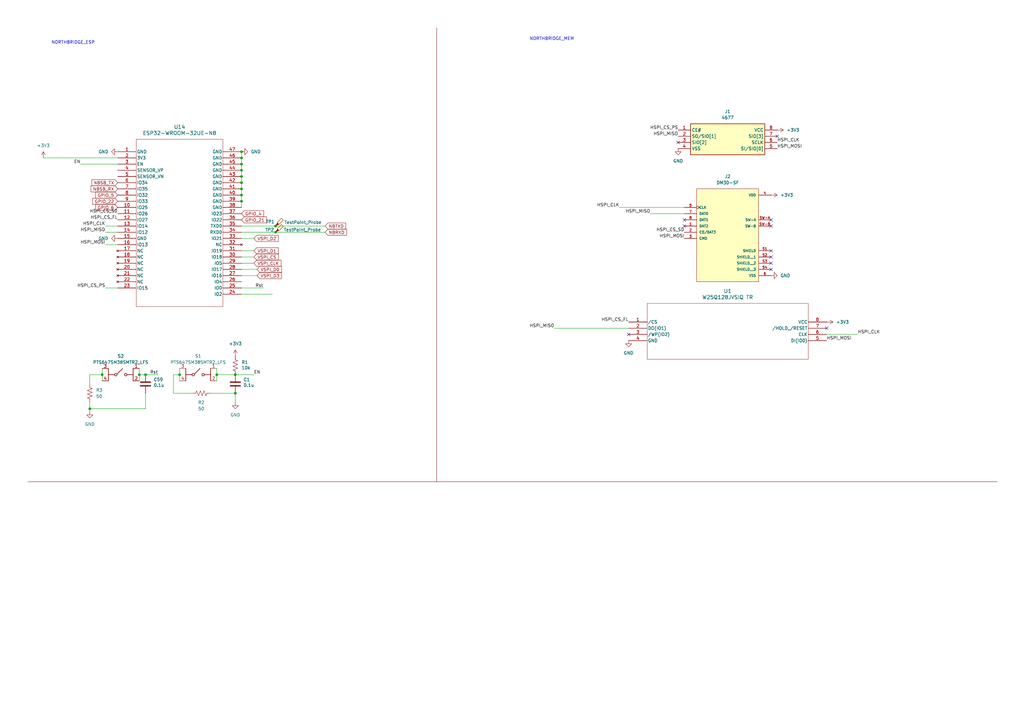
<source format=kicad_sch>
(kicad_sch (version 20250114) (generator "eeschema") (generator_version "9.0")
  (paper "A3")
  (lib_symbols
    (symbol "Connector:TestPoint_Probe" (pin_numbers (hide yes)) (pin_names (offset 0.762) (hide yes))
      (property "Reference" "TP" (at 1.651 5.842 0))
      (property "Value" "TestPoint_Probe" (at 1.651 4.064 0))
      (symbol "TestPoint_Probe_0_1"
        (polyline (pts (xy 1.27 0.762) (xy 0 0) (xy 0.762 1.27) (xy 1.27 0.762)) (fill (type outline)))
        (polyline (pts (xy 1.397 0.635) (xy 0.635 1.397) (xy 2.413 3.175) (xy 3.175 2.413) (xy 1.397 0.635)) (fill (type background)))
      )
      (symbol "TestPoint_Probe_1_1"
        (pin passive line (at 0 0 90) (length 0) (name "1") (number "1"))
      )
    )
    (symbol "Device:C" (pin_numbers (hide yes)) (pin_names (offset 0.254))
      (property "Reference" "C" (at 0.635 2.54 0))
      (property "Value" "C" (at 0.635 -2.54 0))
      (symbol "C_0_1"
        (polyline (pts (xy -2.032 0.762) (xy 2.032 0.762)) (stroke (width 0.508)))
        (polyline (pts (xy -2.032 -0.762) (xy 2.032 -0.762)) (stroke (width 0.508)))
      )
      (symbol "C_1_1"
        (pin passive line (at 0 3.81 270) (length 2.794) (name "~") (number "1"))
        (pin passive line (at 0 -3.81 90) (length 2.794) (name "~") (number "2"))
      )
    )
    (symbol "Device:R_US" (pin_numbers (hide yes)) (pin_names (offset 0))
      (property "Reference" "R" (at 2.54 0 90))
      (property "Value" "R_US" (at -2.54 0 90))
      (symbol "R_US_0_1"
        (polyline (pts (xy 0 2.286) (xy 0 2.54)))
        (polyline (pts (xy 0 2.286) (xy 1.016 1.905) (xy 0 1.524) (xy -1.016 1.143) (xy 0 0.762)))
        (polyline (pts (xy 0 0.762) (xy 1.016 0.381) (xy 0 0) (xy -1.016 -0.381) (xy 0 -0.762)))
        (polyline (pts (xy 0 -0.762) (xy 1.016 -1.143) (xy 0 -1.524) (xy -1.016 -1.905) (xy 0 -2.286)))
        (polyline (pts (xy 0 -2.286) (xy 0 -2.54)))
      )
      (symbol "R_US_1_1"
        (pin passive line (at 0 3.81 270) (length 1.27) (name "~") (number "1"))
        (pin passive line (at 0 -3.81 90) (length 1.27) (name "~") (number "2"))
      )
    )
    (symbol "FPGA&MCU:ESP32-WROOM-32UE-N8" (pin_names (offset 0.254))
      (property "Reference" "U" (at 25.4 10.16 0))
      (property "Value" "ESP32-WROOM-32UE-N8" (at 25.4 7.62 0))
      (symbol "ESP32-WROOM-32UE-N8_0_1"
        (polyline (pts (xy 7.62 5.08) (xy 7.62 -63.5)) (stroke (width 0.127)))
        (polyline (pts (xy 7.62 -63.5) (xy 43.18 -63.5)) (stroke (width 0.127)))
        (polyline (pts (xy 43.18 5.08) (xy 7.62 5.08)) (stroke (width 0.127)))
        (polyline (pts (xy 43.18 -63.5) (xy 43.18 5.08)) (stroke (width 0.127)))
        (pin power_out line (at 0 0 0) (length 7.62) (name "GND") (number "1"))
        (pin power_in line (at 0 -2.54 0) (length 7.62) (name "3V3") (number "2"))
        (pin input line (at 0 -5.08 0) (length 7.62) (name "EN") (number "3"))
        (pin input line (at 0 -7.62 0) (length 7.62) (name "SENSOR_VP") (number "4"))
        (pin input line (at 0 -10.16 0) (length 7.62) (name "SENSOR_VN") (number "5"))
        (pin input line (at 0 -12.7 0) (length 7.62) (name "IO34") (number "6"))
        (pin input line (at 0 -15.24 0) (length 7.62) (name "IO35") (number "7"))
        (pin bidirectional line (at 0 -17.78 0) (length 7.62) (name "IO32") (number "8"))
        (pin bidirectional line (at 0 -20.32 0) (length 7.62) (name "IO33") (number "9"))
        (pin bidirectional line (at 0 -22.86 0) (length 7.62) (name "IO25") (number "10"))
        (pin bidirectional line (at 0 -25.4 0) (length 7.62) (name "IO26") (number "11"))
        (pin bidirectional line (at 0 -27.94 0) (length 7.62) (name "IO27") (number "12"))
        (pin bidirectional line (at 0 -30.48 0) (length 7.62) (name "IO14") (number "13"))
        (pin bidirectional line (at 0 -33.02 0) (length 7.62) (name "IO12") (number "14"))
        (pin power_out line (at 0 -35.56 0) (length 7.62) (name "GND") (number "15"))
        (pin bidirectional line (at 0 -38.1 0) (length 7.62) (name "IO13") (number "16"))
        (pin no_connect line (at 0 -40.64 0) (length 7.62) (name "NC") (number "17"))
        (pin no_connect line (at 0 -43.18 0) (length 7.62) (name "NC") (number "18"))
        (pin no_connect line (at 0 -45.72 0) (length 7.62) (name "NC") (number "19"))
        (pin no_connect line (at 0 -48.26 0) (length 7.62) (name "NC") (number "20"))
        (pin no_connect line (at 0 -50.8 0) (length 7.62) (name "NC") (number "21"))
        (pin no_connect line (at 0 -53.34 0) (length 7.62) (name "NC") (number "22"))
        (pin bidirectional line (at 0 -55.88 0) (length 7.62) (name "IO15") (number "23"))
        (pin power_out line (at 50.8 0 180) (length 7.62) (name "GND") (number "47"))
        (pin power_out line (at 50.8 -2.54 180) (length 7.62) (name "GND") (number "46"))
        (pin power_out line (at 50.8 -5.08 180) (length 7.62) (name "GND") (number "45"))
        (pin power_out line (at 50.8 -7.62 180) (length 7.62) (name "GND") (number "44"))
        (pin power_out line (at 50.8 -10.16 180) (length 7.62) (name "GND") (number "43"))
        (pin power_out line (at 50.8 -12.7 180) (length 7.62) (name "GND") (number "42"))
        (pin power_out line (at 50.8 -15.24 180) (length 7.62) (name "GND") (number "41"))
        (pin power_out line (at 50.8 -17.78 180) (length 7.62) (name "GND") (number "40"))
        (pin power_out line (at 50.8 -20.32 180) (length 7.62) (name "GND") (number "39"))
        (pin power_out line (at 50.8 -22.86 180) (length 7.62) (name "GND") (number "38"))
        (pin bidirectional line (at 50.8 -25.4 180) (length 7.62) (name "IO23") (number "37"))
        (pin bidirectional line (at 50.8 -27.94 180) (length 7.62) (name "IO22") (number "36"))
        (pin bidirectional line (at 50.8 -33.02 180) (length 7.62) (name "RXD0") (number "34"))
        (pin bidirectional line (at 50.8 -35.56 180) (length 7.62) (name "IO21") (number "33"))
        (pin no_connect line (at 50.8 -38.1 180) (length 7.62) (name "NC") (number "32"))
        (pin bidirectional line (at 50.8 -40.64 180) (length 7.62) (name "IO19") (number "31"))
        (pin bidirectional line (at 50.8 -43.18 180) (length 7.62) (name "IO18") (number "30"))
        (pin bidirectional line (at 50.8 -45.72 180) (length 7.62) (name "IO5") (number "29"))
        (pin bidirectional line (at 50.8 -48.26 180) (length 7.62) (name "IO17") (number "28"))
        (pin bidirectional line (at 50.8 -50.8 180) (length 7.62) (name "IO16") (number "27"))
        (pin bidirectional line (at 50.8 -53.34 180) (length 7.62) (name "IO4") (number "26"))
        (pin bidirectional line (at 50.8 -55.88 180) (length 7.62) (name "IO0") (number "25"))
        (pin bidirectional line (at 50.8 -58.42 180) (length 7.62) (name "IO2") (number "24"))
      )
      (symbol "ESP32-WROOM-32UE-N8_1_1"
        (pin bidirectional line (at 50.8 -30.48 180) (length 7.62) (name "TXD0") (number "35"))
      )
    )
    (symbol "FPGA_Interface:DM3D-SF" (pin_names (offset 1.016))
      (property "Reference" "J" (at -12.7 16.002 0))
      (property "Value" "DM3D-SF" (at -12.7 -25.4 0))
      (symbol "DM3D-SF_0_0"
        (rectangle (start -12.7 -22.86) (end 12.7 15.24) (stroke (width 0.1524)) (fill (type background)))
        (pin bidirectional clock (at -17.78 7.62 0) (length 5.08) (name "CLK") (number "5"))
        (pin bidirectional line (at -17.78 5.08 0) (length 5.08) (name "DAT0") (number "7"))
        (pin bidirectional line (at -17.78 2.54 0) (length 5.08) (name "DAT1") (number "8"))
        (pin bidirectional line (at -17.78 0 0) (length 5.08) (name "DAT2") (number "1"))
        (pin bidirectional line (at -17.78 -2.54 0) (length 5.08) (name "CD/DAT3") (number "2"))
        (pin bidirectional line (at -17.78 -5.08 0) (length 5.08) (name "CMD") (number "3"))
        (pin power_in line (at 17.78 12.7 180) (length 5.08) (name "VDD") (number "4"))
        (pin bidirectional line (at 17.78 2.54 180) (length 5.08) (name "SW-A") (number "SW-A"))
        (pin bidirectional line (at 17.78 0 180) (length 5.08) (name "SW-B") (number "SW-B"))
        (pin passive line (at 17.78 -10.16 180) (length 5.08) (name "SHIELD") (number "S1"))
        (pin passive line (at 17.78 -12.7 180) (length 5.08) (name "SHIELD__1") (number "S2"))
        (pin passive line (at 17.78 -15.24 180) (length 5.08) (name "SHIELD__2") (number "S3"))
        (pin passive line (at 17.78 -17.78 180) (length 5.08) (name "SHIELD__3") (number "S4"))
        (pin power_in line (at 17.78 -20.32 180) (length 5.08) (name "VSS") (number "6"))
      )
    )
    (symbol "FPGA_Interface:PTS647SM38SMTR2_LFS" (pin_names (hide yes))
      (property "Reference" "S" (at 12.7 6.35 0))
      (property "Value" "PTS647SM38SMTR2_LFS" (at 12.7 3.81 0))
      (symbol "PTS647SM38SMTR2_LFS_1_1"
        (polyline (pts (xy 2.54 -2.54) (xy 5.08 -2.54)) (stroke (width 0.254)))
        (polyline (pts (xy 2.54 -5.08) (xy 2.54 0)) (stroke (width 0.254)))
        (circle (center 5.588 -2.54) (radius 0.508) (stroke (width 0.254)))
        (polyline (pts (xy 6.096 -2.286) (xy 8.382 0)) (stroke (width 0.254)))
        (circle (center 9.652 -2.54) (radius 0.508) (stroke (width 0.254)))
        (polyline (pts (xy 10.16 -2.54) (xy 12.7 -2.54)) (stroke (width 0.254)))
        (polyline (pts (xy 12.7 -5.08) (xy 12.7 0)) (stroke (width 0.254)))
        (pin passive line (at 0 0 0) (length 2.54) (name "COM_1") (number "3"))
        (pin passive line (at 0 -5.08 0) (length 2.54) (name "COM_2") (number "4"))
        (pin passive line (at 15.24 0 180) (length 2.54) (name "NO_1") (number "1"))
        (pin passive line (at 15.24 -5.08 180) (length 2.54) (name "NO_2") (number "2"))
      )
    )
    (symbol "NB:4677"
      (property "Reference" "J" (at 36.83 7.62 0))
      (property "Value" "4677" (at 36.83 5.08 0))
      (symbol "4677_1_1"
        (rectangle (start 5.08 2.54) (end 35.56 -10.16) (stroke (width 0.254)) (fill (type background)))
        (pin passive line (at 0 0 0) (length 5.08) (name "CE#") (number "1"))
        (pin passive line (at 0 -2.54 0) (length 5.08) (name "SO/SIO[1]") (number "2"))
        (pin passive line (at 0 -5.08 0) (length 5.08) (name "SIO[2]") (number "3"))
        (pin passive line (at 0 -7.62 0) (length 5.08) (name "VSS") (number "4"))
        (pin passive line (at 40.64 0 180) (length 5.08) (name "VCC") (number "8"))
        (pin passive line (at 40.64 -2.54 180) (length 5.08) (name "SIO[3]") (number "7"))
        (pin passive line (at 40.64 -5.08 180) (length 5.08) (name "SCLK") (number "6"))
        (pin passive line (at 40.64 -7.62 180) (length 5.08) (name "SI/SIO[0]") (number "5"))
      )
    )
    (symbol "NB:W25Q128JVSIQ_TR" (pin_names (offset 0.254))
      (property "Reference" "U" (at 40.64 12.7 0))
      (property "Value" "W25Q128JVSIQ TR" (at 40.64 10.16 0))
      (symbol "W25Q128JVSIQ_TR_0_1"
        (polyline (pts (xy 7.62 7.62) (xy 7.62 -15.24)) (stroke (width 0.127)))
        (polyline (pts (xy 7.62 -15.24) (xy 73.66 -15.24)) (stroke (width 0.127)))
        (polyline (pts (xy 73.66 7.62) (xy 7.62 7.62)) (stroke (width 0.127)))
        (polyline (pts (xy 73.66 -15.24) (xy 73.66 7.62)) (stroke (width 0.127)))
        (pin input line (at 0 0 0) (length 7.62) (name "/CS") (number "1"))
        (pin bidirectional line (at 0 -2.54 0) (length 7.62) (name "DO(IO1)") (number "2"))
        (pin bidirectional line (at 0 -5.08 0) (length 7.62) (name "/WP(IO2)") (number "3"))
        (pin power_out line (at 0 -7.62 0) (length 7.62) (name "GND") (number "4"))
        (pin power_in line (at 81.28 0 180) (length 7.62) (name "VCC") (number "8"))
        (pin bidirectional line (at 81.28 -2.54 180) (length 7.62) (name "/HOLD_/RESET") (number "7"))
        (pin input line (at 81.28 -5.08 180) (length 7.62) (name "CLK") (number "6"))
        (pin bidirectional line (at 81.28 -7.62 180) (length 7.62) (name "DI(IO0)") (number "5"))
      )
    )
    (symbol "power:+3V3" (power) (pin_numbers (hide yes)) (pin_names (offset 0) (hide yes))
      (property "Value" "+3V3" (at 0 3.556 0))
      (symbol "+3V3_0_1"
        (polyline (pts (xy -0.762 1.27) (xy 0 2.54)))
        (polyline (pts (xy 0 2.54) (xy 0.762 1.27)))
        (polyline (pts (xy 0 0) (xy 0 2.54)))
      )
      (symbol "+3V3_1_1"
        (pin power_in line (at 0 0 90) (length 0) (name "~") (number "1"))
      )
    )
    (symbol "power:GND" (power) (pin_numbers (hide yes)) (pin_names (offset 0) (hide yes))
      (property "Value" "GND" (at 0 -3.81 0))
      (symbol "GND_0_1"
        (polyline (pts (xy 0 0) (xy 0 -1.27) (xy 1.27 -1.27) (xy 0 -2.54) (xy -1.27 -1.27) (xy 0 -1.27)))
      )
      (symbol "GND_1_1"
        (pin power_in line (at 0 0 270) (length 0) (name "~") (number "1"))
      )
    )
  )
  (text "NORTHBRIDGE_ESP\n" (at 29.972 17.526 0) (effects (font (size 1.27 1.27))))
  (text "NORTHBRIDGE_MEM\n" (at 226.314 16.002 0) (effects (font (size 1.27 1.27))))
  (junction (at 96.52 153.67))
  (junction (at 96.52 161.29))
  (junction (at 113.03 95.25))
  (junction (at 113.03 92.71))
  (junction (at 99.06 64.77))
  (junction (at 99.06 82.55))
  (junction (at 36.83 167.64))
  (junction (at 99.06 74.93))
  (junction (at 41.91 153.67))
  (junction (at 99.06 77.47))
  (junction (at 99.06 72.39))
  (junction (at 99.06 62.23))
  (junction (at 59.69 153.67))
  (junction (at 99.06 67.31))
  (junction (at 57.15 153.67))
  (junction (at 73.66 153.67))
  (junction (at 99.06 80.01))
  (junction (at 99.06 69.85))
  (junction (at 88.9 153.67))
  (no_connect (at 278.13 58.42))
  (no_connect (at 316.23 110.49))
  (no_connect (at 339.09 134.62))
  (no_connect (at 316.23 105.41))
  (no_connect (at 316.23 92.71))
  (no_connect (at 280.67 92.71))
  (no_connect (at 280.67 90.17))
  (no_connect (at 257.81 137.16))
  (no_connect (at 318.77 55.88))
  (no_connect (at 316.23 102.87))
  (no_connect (at 316.23 107.95))
  (no_connect (at 316.23 90.17))
  (wire (pts (xy 266.7 87.63) (xy 280.67 87.63)))
  (wire (pts (xy 73.66 153.67) (xy 73.66 156.21)))
  (wire (pts (xy 88.9 153.67) (xy 88.9 156.21)))
  (wire (pts (xy 99.06 74.93) (xy 99.06 77.47)))
  (wire (pts (xy 59.69 153.67) (xy 64.77 153.67)))
  (wire (pts (xy 36.83 153.67) (xy 41.91 153.67)))
  (wire (pts (xy 99.06 62.23) (xy 99.06 64.77)))
  (wire (pts (xy 57.15 151.13) (xy 57.15 153.67)))
  (wire (pts (xy 36.83 153.67) (xy 36.83 157.48)))
  (wire (pts (xy 17.78 64.77) (xy 48.26 64.77)))
  (wire (pts (xy 99.06 97.79) (xy 104.14 97.79)))
  (wire (pts (xy 99.06 102.87) (xy 104.14 102.87)))
  (wire (pts (xy 99.06 120.65) (xy 111.76 120.65)))
  (wire (pts (xy 99.06 105.41) (xy 104.14 105.41)))
  (wire (pts (xy 41.91 153.67) (xy 41.91 151.13)))
  (wire (pts (xy 227.33 134.62) (xy 257.81 134.62)))
  (wire (pts (xy 99.06 64.77) (xy 99.06 67.31)))
  (wire (pts (xy 96.52 153.67) (xy 104.14 153.67)))
  (wire (pts (xy 99.06 80.01) (xy 99.06 82.55)))
  (wire (pts (xy 43.18 100.33) (xy 48.26 100.33)))
  (wire (pts (xy 86.36 161.29) (xy 96.52 161.29)))
  (wire (pts (xy 36.83 167.64) (xy 36.83 168.91)))
  (wire (pts (xy 59.69 161.29) (xy 59.69 167.64)))
  (wire (pts (xy 43.18 92.71) (xy 48.26 92.71)))
  (wire (pts (xy 99.06 107.95) (xy 104.14 107.95)))
  (wire (pts (xy 254 85.09) (xy 280.67 85.09)))
  (wire (pts (xy 73.66 153.67) (xy 71.12 153.67)))
  (wire (pts (xy 99.06 69.85) (xy 99.06 72.39)))
  (polyline (pts (xy 179.07 11.43) (xy 179.07 197.612)) (stroke (width 0) (type solid) (color 132 0 0 1)))
  (wire (pts (xy 88.9 151.13) (xy 88.9 153.67)))
  (wire (pts (xy 71.12 161.29) (xy 78.74 161.29)))
  (wire (pts (xy 57.15 153.67) (xy 59.69 153.67)))
  (wire (pts (xy 99.06 118.11) (xy 107.95 118.11)))
  (wire (pts (xy 99.06 82.55) (xy 99.06 85.09)))
  (wire (pts (xy 99.06 92.71) (xy 113.03 92.71)))
  (wire (pts (xy 88.9 153.67) (xy 96.52 153.67)))
  (wire (pts (xy 99.06 67.31) (xy 99.06 69.85)))
  (wire (pts (xy 71.12 153.67) (xy 71.12 161.29)))
  (wire (pts (xy 73.66 151.13) (xy 73.66 153.67)))
  (polyline (pts (xy 179.07 197.612) (xy 408.94 197.612)) (stroke (width 0) (type solid) (color 132 0 0 1)))
  (wire (pts (xy 43.18 118.11) (xy 48.26 118.11)))
  (wire (pts (xy 43.18 95.25) (xy 48.26 95.25)))
  (wire (pts (xy 113.03 95.25) (xy 133.35 95.25)))
  (wire (pts (xy 59.69 167.64) (xy 36.83 167.64)))
  (wire (pts (xy 105.41 113.03) (xy 99.06 113.03)))
  (polyline (pts (xy 11.43 197.612) (xy 179.07 197.612)) (stroke (width 0) (type solid) (color 132 0 0 1)))
  (wire (pts (xy 105.41 110.49) (xy 99.06 110.49)))
  (wire (pts (xy 99.06 95.25) (xy 113.03 95.25)))
  (wire (pts (xy 96.52 165.1) (xy 96.52 161.29)))
  (wire (pts (xy 36.83 165.1) (xy 36.83 167.64)))
  (wire (pts (xy 33.02 67.31) (xy 48.26 67.31)))
  (wire (pts (xy 99.06 72.39) (xy 99.06 74.93)))
  (wire (pts (xy 99.06 77.47) (xy 99.06 80.01)))
  (wire (pts (xy 57.15 153.67) (xy 57.15 156.21)))
  (wire (pts (xy 113.03 92.71) (xy 133.35 92.71)))
  (wire (pts (xy 41.91 153.67) (xy 41.91 156.21)))
  (wire (pts (xy 339.09 137.16) (xy 351.79 137.16)))
  (label "HSPI_CS_SD" (at 280.67 95.25 180))
  (label "HSPI_CLK" (at 254 85.09 180))
  (label "HSPI_CS_FL" (at 257.81 132.08 180))
  (label "HSPI_CS_SD" (at 48.26 87.63 180))
  (label "HSPI_CS_PS" (at 43.18 118.11 180))
  (label "HSPI_CLK" (at 351.79 137.16 0))
  (label "HSPI_MOSI" (at 318.77 60.96 0))
  (label "EN" (at 33.02 67.31 180))
  (label "HSPI_MISO" (at 266.7 87.63 180))
  (label "HSPI_MOSI" (at 339.09 139.7 0))
  (label "HSPI_MOSI" (at 280.67 97.79 180))
  (label "Rst" (at 107.95 118.11 180))
  (label "Rst" (at 64.77 153.67 180))
  (label "HSPI_CS_FL" (at 48.26 90.17 180))
  (label "HSPI_MISO" (at 278.13 55.88 180))
  (label "HSPI_CLK" (at 43.18 92.71 180))
  (label "HSPI_MISO" (at 227.33 134.62 180))
  (label "HSPI_MOSI" (at 43.18 100.33 180))
  (label "HSPI_MISO" (at 43.18 95.25 180))
  (label "HSPI_CLK" (at 318.77 58.42 0))
  (label "HSPI_CS_PS" (at 278.13 53.34 180))
  (label "EN" (at 104.14 153.67 0))
  (global_label "NBSB_RX" (shape input) (at 48.26 77.47 180) (property "Intersheetrefs" "${INTERSHEET_REFS}" (effects (hide yes))))
  (global_label "VSPI_D2" (shape input) (at 104.14 97.79 0) (property "Intersheetrefs" "${INTERSHEET_REFS}" (effects (hide yes))))
  (global_label "GPIO_5" (shape input) (at 48.26 80.01 180) (property "Intersheetrefs" "${INTERSHEET_REFS}" (effects (hide yes))))
  (global_label "GPIO_4" (shape input) (at 99.06 87.63 0) (property "Intersheetrefs" "${INTERSHEET_REFS}" (effects (hide yes))))
  (global_label "GPIO_6" (shape input) (at 48.26 85.09 180) (property "Intersheetrefs" "${INTERSHEET_REFS}" (effects (hide yes))))
  (global_label "VSPI_CS" (shape input) (at 104.14 105.41 0) (property "Intersheetrefs" "${INTERSHEET_REFS}" (effects (hide yes))))
  (global_label "VSPI_D0" (shape input) (at 105.41 110.49 0) (property "Intersheetrefs" "${INTERSHEET_REFS}" (effects (hide yes))))
  (global_label "NBTXD" (shape input) (at 133.35 92.71 0) (property "Intersheetrefs" "${INTERSHEET_REFS}" (effects (hide yes))))
  (global_label "VSPI_D3" (shape input) (at 105.41 113.03 0) (property "Intersheetrefs" "${INTERSHEET_REFS}" (effects (hide yes))))
  (global_label "VSPI_D1" (shape input) (at 104.14 102.87 0) (property "Intersheetrefs" "${INTERSHEET_REFS}" (effects (hide yes))))
  (global_label "VSPI_CLK" (shape input) (at 104.14 107.95 0) (property "Intersheetrefs" "${INTERSHEET_REFS}" (effects (hide yes))))
  (global_label "GPIO_21" (shape input) (at 99.06 90.17 0) (property "Intersheetrefs" "${INTERSHEET_REFS}" (effects (hide yes))))
  (global_label "GPIO_22" (shape input) (at 48.26 82.55 180) (property "Intersheetrefs" "${INTERSHEET_REFS}" (effects (hide yes))))
  (global_label "NBRXD" (shape input) (at 133.35 95.25 0) (property "Intersheetrefs" "${INTERSHEET_REFS}" (effects (hide yes))))
  (global_label "NBSB_TX" (shape input) (at 48.26 74.93 180) (property "Intersheetrefs" "${INTERSHEET_REFS}" (effects (hide yes))))
  (symbol (lib_id "FPGA_Interface:PTS647SM38SMTR2_LFS") (at 73.66 151.13 0) (unit 1)
    (property "Reference" "S1" (at 81.28 146.05 0))
    (property "Value" "PTS647SM38SMTR2_LFS" (at 81.28 148.59 0))
    (property "Footprint" "FPGA_Interface:PTS647SM38SMTR2LFS" (effects (hide yes)))
    (property "Datasheet" "https://www.ckswitches.com/media/2567/pts647.pdf" (effects (hide yes)))
    (property "Description" "Tactile Switch SPST-NO Top Actuated Surface Mount 0.05A 12V" (effects (hide yes)))
    (property "Manufacturer_Name" "C & K COMPONENTS" (effects (hide yes)))
    (property "Manufacturer_Part_Number" "PTS647SM38SMTR2 LFS" (effects (hide yes)))
  )
  (symbol (lib_id "power:GND") (at 48.26 97.79 270) (unit 1)
    (property "Reference" "#PWR03" (effects (hide yes)))
    (property "Value" "GND" (at 44.45 97.7899 90) (effects (justify right)))
    (property "Description" "Power symbol creates a global label with name \"GND\" , ground" (effects (hide yes)))
  )
  (symbol (lib_id "Device:R_US") (at 96.52 149.86 0) (unit 1)
    (property "Reference" "R1" (at 99.06 148.5899 0) (effects (justify left)))
    (property "Value" "10k" (at 99.06 150.876 0) (effects (justify left)))
    (property "Footprint" "Resistor_SMD:R_0402_1005Metric" (effects (hide yes)))
    (property "Description" "Resistor, US symbol" (effects (hide yes)))
  )
  (symbol (lib_id "power:+3V3") (at 96.52 146.05 0) (unit 1)
    (property "Reference" "#PWR010" (effects (hide yes)))
    (property "Value" "+3V3" (at 96.52 140.97 0))
    (property "Description" "Power symbol creates a global label with name \"+3V3\"" (effects (hide yes)))
  )
  (symbol (lib_id "power:+3V3") (at 17.78 64.77 0) (unit 1)
    (property "Reference" "#PWR04" (effects (hide yes)))
    (property "Value" "+3V3" (at 17.78 59.69 0))
    (property "Description" "Power symbol creates a global label with name \"+3V3\"" (effects (hide yes)))
  )
  (symbol (lib_id "power:GND") (at 96.52 165.1 0) (unit 1)
    (property "Reference" "#PWR09" (effects (hide yes)))
    (property "Value" "GND" (at 96.52 170.18 0))
    (property "Description" "Power symbol creates a global label with name \"GND\" , ground" (effects (hide yes)))
  )
  (symbol (lib_id "power:GND") (at 99.06 62.23 90) (unit 1)
    (property "Reference" "#PWR01" (effects (hide yes)))
    (property "Value" "GND" (at 102.87 62.2299 90) (effects (justify right)))
    (property "Description" "Power symbol creates a global label with name \"GND\" , ground" (effects (hide yes)))
  )
  (symbol (lib_id "FPGA&MCU:ESP32-WROOM-32UE-N8") (at 48.26 62.23 0) (unit 1)
    (property "Reference" "U14" (at 73.66 52.07 0) (effects (font (size 1.524 1.524))))
    (property "Value" "ESP32-WROOM-32UE-N8" (at 73.66 54.61 0) (effects (font (size 1.524 1.524))))
    (property "Footprint" "FPGA&MCU:ESP32-WROOM-32UE_EXP" (effects (hide yes)))
    (property "Datasheet" "ESP32-WROOM-32UE-N8" (effects (hide yes)))
  )
  (symbol (lib_id "power:+3V3") (at 339.09 132.08 270) (unit 1)
    (property "Reference" "#PWR05" (effects (hide yes)))
    (property "Value" "+3V3" (at 342.9 132.0799 90) (effects (justify left)))
    (property "Description" "Power symbol creates a global label with name \"+3V3\"" (effects (hide yes)))
  )
  (symbol (lib_id "power:GND") (at 278.13 60.96 0) (unit 1)
    (property "Reference" "#PWR013" (effects (hide yes)))
    (property "Value" "GND" (at 278.13 66.04 0))
    (property "Description" "Power symbol creates a global label with name \"GND\" , ground" (effects (hide yes)))
  )
  (symbol (lib_id "NB:4677") (at 278.13 53.34 0) (unit 1)
    (property "Reference" "J1" (at 298.45 45.72 0))
    (property "Value" "4677" (at 298.45 48.26 0))
    (property "Footprint" "NB:4677" (effects (hide yes)))
    (property "Datasheet" "https://www.espressif.com/sites/default/files/documentation/esp-psram64_esp-psram64h_datasheet_en.pdf" (effects (hide yes)))
    (property "Description" "Adafruit Accessories Generic 64 Mbit Serial Pseudo SRAM - 3.3V 133 MHz" (effects (hide yes)))
    (property "Height" "1.75" (effects (hide yes)))
    (property "Mouser Part Number" "485-4677" (effects (hide yes)))
    (property "Mouser Price/Stock" "https://www.mouser.co.uk/ProductDetail/Adafruit/4677?qs=DPoM0jnrROUZDCYEDSsMew%3D%3D" (effects (hide yes)))
    (property "Manufacturer_Name" "Adafruit" (effects (hide yes)))
    (property "Manufacturer_Part_Number" "4677" (effects (hide yes)))
  )
  (symbol (lib_id "power:+3V3") (at 318.77 53.34 270) (unit 1)
    (property "Reference" "#PWR06" (effects (hide yes)))
    (property "Value" "+3V3" (at 322.58 53.3399 90) (effects (justify left)))
    (property "Description" "Power symbol creates a global label with name \"+3V3\"" (effects (hide yes)))
  )
  (symbol (lib_id "FPGA_Interface:PTS647SM38SMTR2_LFS") (at 41.91 151.13 0) (unit 1)
    (property "Reference" "S2" (at 49.53 146.05 0))
    (property "Value" "PTS647SM38SMTR2_LFS" (at 49.53 148.59 0))
    (property "Footprint" "FPGA_Interface:PTS647SM38SMTR2LFS" (effects (hide yes)))
    (property "Datasheet" "https://www.ckswitches.com/media/2567/pts647.pdf" (effects (hide yes)))
    (property "Description" "Tactile Switch SPST-NO Top Actuated Surface Mount 0.05A 12V" (effects (hide yes)))
    (property "Manufacturer_Name" "C & K COMPONENTS" (effects (hide yes)))
    (property "Manufacturer_Part_Number" "PTS647SM38SMTR2 LFS" (effects (hide yes)))
  )
  (symbol (lib_id "Device:C") (at 59.69 157.48 0) (unit 1)
    (property "Reference" "C59" (at 62.992 155.702 0) (effects (justify left)))
    (property "Value" "0.1u" (at 62.992 157.988 0) (effects (justify left)))
    (property "Footprint" "Capacitor_SMD:C_0402_1005Metric" (effects (hide yes)))
    (property "Description" "Unpolarized capacitor" (effects (hide yes)))
  )
  (symbol (lib_id "FPGA_Interface:DM3D-SF") (at 298.45 92.71 0) (unit 1)
    (property "Reference" "J2" (at 298.45 72.39 0))
    (property "Value" "DM3D-SF" (at 298.45 74.93 0))
    (property "Footprint" "FPGA_Interface:DM3D-SF" (effects (hide yes)))
    (property "PARTREV" "2017.1" (effects (hide yes)))
    (property "MANUFACTURER" "Hirose" (effects (hide yes)))
    (property "MAXIMUM_PACKAGE_HEIGHT" "1.55mm" (effects (hide yes)))
    (property "STANDARD" "Manufacturer Recommendations" (effects (hide yes)))
  )
  (symbol (lib_id "power:GND") (at 257.81 139.7 0) (unit 1)
    (property "Reference" "#PWR012" (effects (hide yes)))
    (property "Value" "GND" (at 257.81 144.78 0))
    (property "Description" "Power symbol creates a global label with name \"GND\" , ground" (effects (hide yes)))
  )
  (symbol (lib_id "Device:R_US") (at 82.55 161.29 270) (unit 1)
    (property "Reference" "R2" (at 82.55 165.1 90))
    (property "Value" "50" (at 82.55 167.64 90))
    (property "Footprint" "Resistor_SMD:R_0402_1005Metric" (effects (hide yes)))
    (property "Description" "Resistor, US symbol" (effects (hide yes)))
  )
  (symbol (lib_id "Connector:TestPoint_Probe") (at 113.03 92.71 0) (unit 1)
    (property "Reference" "TP1" (at 108.966 90.932 0) (effects (justify left)))
    (property "Value" "TestPoint_Probe" (at 116.586 91.186 0) (effects (justify left)))
    (property "Footprint" "TestPoint:TestPoint_Pad_D1.0mm" (effects (hide yes)))
    (property "Description" "test point (alternative probe-style design)" (effects (hide yes)))
  )
  (symbol (lib_id "Device:R_US") (at 36.83 161.29 0) (unit 1)
    (property "Reference" "R3" (at 39.37 160.0199 0) (effects (justify left)))
    (property "Value" "50" (at 39.37 162.5599 0) (effects (justify left)))
    (property "Footprint" "Resistor_SMD:R_0402_1005Metric" (effects (hide yes)))
    (property "Description" "Resistor, US symbol" (effects (hide yes)))
  )
  (symbol (lib_id "power:+3V3") (at 316.23 80.01 270) (unit 1)
    (property "Reference" "#PWR07" (effects (hide yes)))
    (property "Value" "+3V3" (at 320.04 80.0099 90) (effects (justify left)))
    (property "Description" "Power symbol creates a global label with name \"+3V3\"" (effects (hide yes)))
  )
  (symbol (lib_id "power:GND") (at 36.83 168.91 0) (unit 1)
    (property "Reference" "#PWR011" (effects (hide yes)))
    (property "Value" "GND" (at 36.83 173.99 0))
    (property "Description" "Power symbol creates a global label with name \"GND\" , ground" (effects (hide yes)))
  )
  (symbol (lib_id "power:GND") (at 48.26 62.23 270) (unit 1)
    (property "Reference" "#PWR02" (effects (hide yes)))
    (property "Value" "GND" (at 44.45 62.2299 90) (effects (justify right)))
    (property "Description" "Power symbol creates a global label with name \"GND\" , ground" (effects (hide yes)))
  )
  (symbol (lib_id "Connector:TestPoint_Probe") (at 113.03 95.25 0) (unit 1)
    (property "Reference" "TP2" (at 108.712 94.234 0) (effects (justify left)))
    (property "Value" "TestPoint_Probe" (at 116.332 94.234 0) (effects (justify left)))
    (property "Footprint" "TestPoint:TestPoint_Pad_D1.0mm" (effects (hide yes)))
    (property "Description" "test point (alternative probe-style design)" (effects (hide yes)))
  )
  (symbol (lib_id "power:GND") (at 316.23 113.03 90) (unit 1)
    (property "Reference" "#PWR08" (effects (hide yes)))
    (property "Value" "GND" (at 320.04 113.0299 90) (effects (justify right)))
    (property "Description" "Power symbol creates a global label with name \"GND\" , ground" (effects (hide yes)))
  )
  (symbol (lib_id "NB:W25Q128JVSIQ_TR") (at 257.81 132.08 0) (unit 1)
    (property "Reference" "U1" (at 298.45 119.38 0) (effects (font (size 1.524 1.524))))
    (property "Value" "W25Q128JVSIQ TR" (at 298.45 121.92 0) (effects (font (size 1.524 1.524))))
    (property "Footprint" "NB:256_W25Q128JV" (effects (hide yes)))
    (property "Datasheet" "W25Q128JVSIQ TR" (effects (hide yes)))
  )
  (symbol (lib_id "Device:C") (at 96.52 157.48 0) (unit 1)
    (property "Reference" "C1" (at 99.822 155.702 0) (effects (justify left)))
    (property "Value" "0.1u" (at 99.822 157.988 0) (effects (justify left)))
    (property "Footprint" "Capacitor_SMD:C_0402_1005Metric" (effects (hide yes)))
    (property "Description" "Unpolarized capacitor" (effects (hide yes)))
  )
)
</source>
